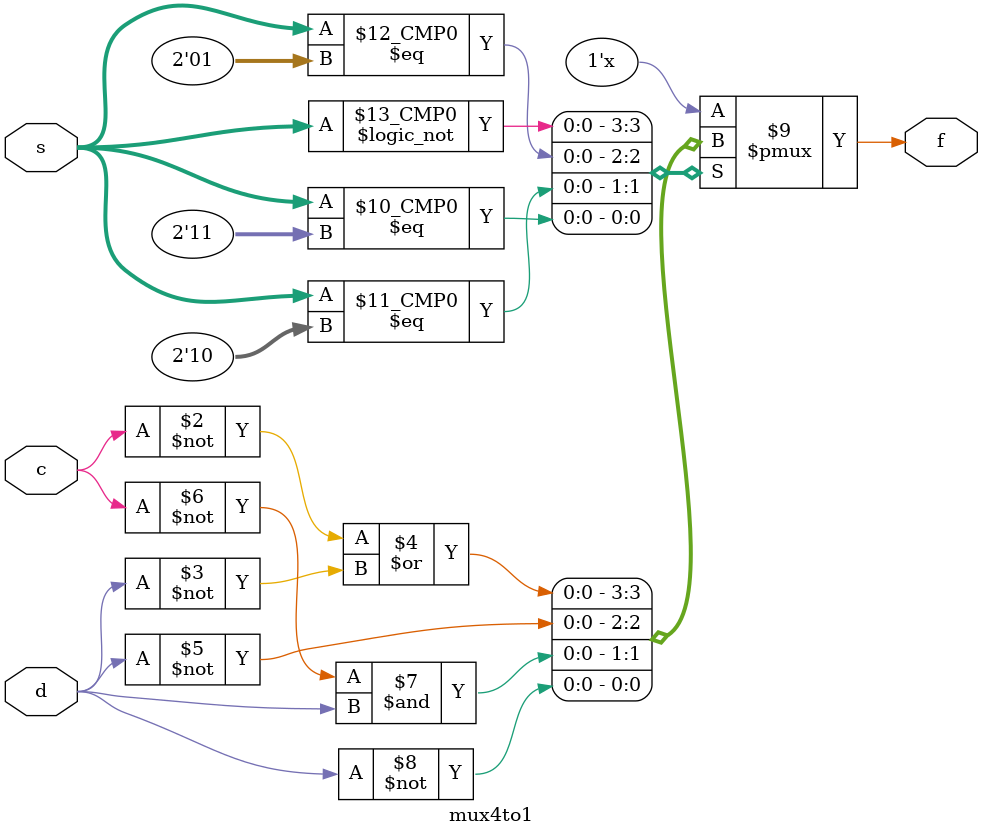
<source format=v>
module mux4to1 (s,c,d,f);
 input [1:0]s;
 input c,d;
 output reg f;
 always @(*)begin
 case(s)
 0: f=~c|~d;
 1: f=~d;
 2: f=~c&d;
 3:f=~d;
 default f=1'b0;
 endcase 
 end
 endmodule

</source>
